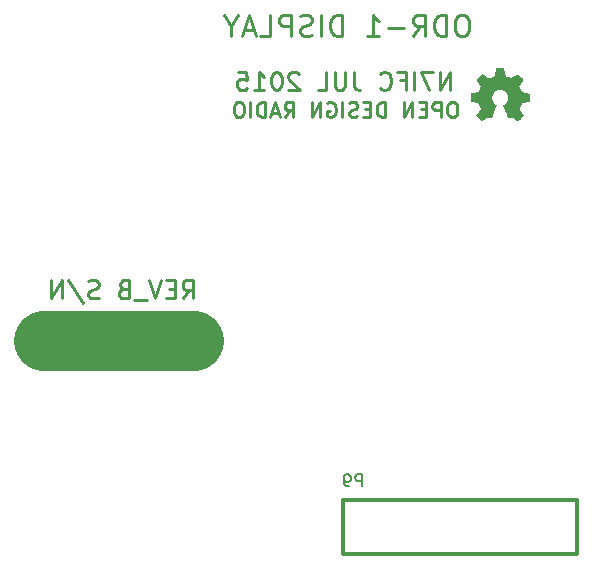
<source format=gbo>
G04 (created by PCBNEW (2013-03-19 BZR 4004)-stable) date 8/2/2015 7:03:13 AM*
%MOIN*%
G04 Gerber Fmt 3.4, Leading zero omitted, Abs format*
%FSLAX34Y34*%
G01*
G70*
G90*
G04 APERTURE LIST*
%ADD10C,0.007*%
%ADD11C,0.2*%
%ADD12C,0.01*%
%ADD13C,0.012*%
%ADD14C,0.0001*%
%ADD15C,0.008*%
%ADD16C,0.1*%
%ADD17C,0.18*%
%ADD18C,0.08*%
%ADD19R,0.06X0.06*%
%ADD20C,0.06*%
G04 APERTURE END LIST*
G54D10*
G54D11*
X7600Y-11650D02*
X12600Y-11650D01*
G54D12*
X12214Y-10242D02*
X12414Y-9957D01*
X12557Y-10242D02*
X12557Y-9642D01*
X12328Y-9642D01*
X12271Y-9671D01*
X12242Y-9700D01*
X12214Y-9757D01*
X12214Y-9842D01*
X12242Y-9900D01*
X12271Y-9928D01*
X12328Y-9957D01*
X12557Y-9957D01*
X11957Y-9928D02*
X11757Y-9928D01*
X11671Y-10242D02*
X11957Y-10242D01*
X11957Y-9642D01*
X11671Y-9642D01*
X11500Y-9642D02*
X11300Y-10242D01*
X11100Y-9642D01*
X11042Y-10300D02*
X10585Y-10300D01*
X10242Y-9928D02*
X10157Y-9957D01*
X10128Y-9985D01*
X10100Y-10042D01*
X10100Y-10128D01*
X10128Y-10185D01*
X10157Y-10214D01*
X10214Y-10242D01*
X10442Y-10242D01*
X10442Y-9642D01*
X10242Y-9642D01*
X10185Y-9671D01*
X10157Y-9700D01*
X10128Y-9757D01*
X10128Y-9814D01*
X10157Y-9871D01*
X10185Y-9900D01*
X10242Y-9928D01*
X10442Y-9928D01*
X9414Y-10214D02*
X9328Y-10242D01*
X9185Y-10242D01*
X9128Y-10214D01*
X9100Y-10185D01*
X9071Y-10128D01*
X9071Y-10071D01*
X9100Y-10014D01*
X9128Y-9985D01*
X9185Y-9957D01*
X9300Y-9928D01*
X9357Y-9900D01*
X9385Y-9871D01*
X9414Y-9814D01*
X9414Y-9757D01*
X9385Y-9700D01*
X9357Y-9671D01*
X9300Y-9642D01*
X9157Y-9642D01*
X9071Y-9671D01*
X8385Y-9614D02*
X8899Y-10385D01*
X8185Y-10242D02*
X8185Y-9642D01*
X7842Y-10242D01*
X7842Y-9642D01*
X21257Y-3702D02*
X21161Y-3702D01*
X21114Y-3726D01*
X21066Y-3773D01*
X21042Y-3869D01*
X21042Y-4035D01*
X21066Y-4130D01*
X21114Y-4178D01*
X21161Y-4202D01*
X21257Y-4202D01*
X21304Y-4178D01*
X21352Y-4130D01*
X21376Y-4035D01*
X21376Y-3869D01*
X21352Y-3773D01*
X21304Y-3726D01*
X21257Y-3702D01*
X20828Y-4202D02*
X20828Y-3702D01*
X20638Y-3702D01*
X20590Y-3726D01*
X20566Y-3750D01*
X20542Y-3797D01*
X20542Y-3869D01*
X20566Y-3916D01*
X20590Y-3940D01*
X20638Y-3964D01*
X20828Y-3964D01*
X20328Y-3940D02*
X20161Y-3940D01*
X20090Y-4202D02*
X20328Y-4202D01*
X20328Y-3702D01*
X20090Y-3702D01*
X19876Y-4202D02*
X19876Y-3702D01*
X19590Y-4202D01*
X19590Y-3702D01*
X18971Y-4202D02*
X18971Y-3702D01*
X18852Y-3702D01*
X18780Y-3726D01*
X18733Y-3773D01*
X18709Y-3821D01*
X18685Y-3916D01*
X18685Y-3988D01*
X18709Y-4083D01*
X18733Y-4130D01*
X18780Y-4178D01*
X18852Y-4202D01*
X18971Y-4202D01*
X18471Y-3940D02*
X18304Y-3940D01*
X18233Y-4202D02*
X18471Y-4202D01*
X18471Y-3702D01*
X18233Y-3702D01*
X18042Y-4178D02*
X17971Y-4202D01*
X17852Y-4202D01*
X17804Y-4178D01*
X17780Y-4154D01*
X17757Y-4107D01*
X17757Y-4059D01*
X17780Y-4011D01*
X17804Y-3988D01*
X17852Y-3964D01*
X17947Y-3940D01*
X17995Y-3916D01*
X18019Y-3892D01*
X18042Y-3845D01*
X18042Y-3797D01*
X18019Y-3750D01*
X17995Y-3726D01*
X17947Y-3702D01*
X17828Y-3702D01*
X17757Y-3726D01*
X17542Y-4202D02*
X17542Y-3702D01*
X17042Y-3726D02*
X17090Y-3702D01*
X17161Y-3702D01*
X17233Y-3726D01*
X17280Y-3773D01*
X17304Y-3821D01*
X17328Y-3916D01*
X17328Y-3988D01*
X17304Y-4083D01*
X17280Y-4130D01*
X17233Y-4178D01*
X17161Y-4202D01*
X17114Y-4202D01*
X17042Y-4178D01*
X17019Y-4154D01*
X17019Y-3988D01*
X17114Y-3988D01*
X16804Y-4202D02*
X16804Y-3702D01*
X16519Y-4202D01*
X16519Y-3702D01*
X15614Y-4202D02*
X15780Y-3964D01*
X15899Y-4202D02*
X15899Y-3702D01*
X15709Y-3702D01*
X15661Y-3726D01*
X15638Y-3750D01*
X15614Y-3797D01*
X15614Y-3869D01*
X15638Y-3916D01*
X15661Y-3940D01*
X15709Y-3964D01*
X15899Y-3964D01*
X15423Y-4059D02*
X15185Y-4059D01*
X15471Y-4202D02*
X15304Y-3702D01*
X15138Y-4202D01*
X14971Y-4202D02*
X14971Y-3702D01*
X14852Y-3702D01*
X14780Y-3726D01*
X14733Y-3773D01*
X14709Y-3821D01*
X14685Y-3916D01*
X14685Y-3988D01*
X14709Y-4083D01*
X14733Y-4130D01*
X14780Y-4178D01*
X14852Y-4202D01*
X14971Y-4202D01*
X14471Y-4202D02*
X14471Y-3702D01*
X14138Y-3702D02*
X14042Y-3702D01*
X13995Y-3726D01*
X13947Y-3773D01*
X13923Y-3869D01*
X13923Y-4035D01*
X13947Y-4130D01*
X13995Y-4178D01*
X14042Y-4202D01*
X14138Y-4202D01*
X14185Y-4178D01*
X14233Y-4130D01*
X14257Y-4035D01*
X14257Y-3869D01*
X14233Y-3773D01*
X14185Y-3726D01*
X14138Y-3702D01*
X21142Y-3292D02*
X21142Y-2692D01*
X20800Y-3292D01*
X20800Y-2692D01*
X20571Y-2692D02*
X20171Y-2692D01*
X20428Y-3292D01*
X19942Y-3292D02*
X19942Y-2692D01*
X19457Y-2978D02*
X19657Y-2978D01*
X19657Y-3292D02*
X19657Y-2692D01*
X19371Y-2692D01*
X18800Y-3235D02*
X18828Y-3264D01*
X18914Y-3292D01*
X18971Y-3292D01*
X19057Y-3264D01*
X19114Y-3207D01*
X19142Y-3150D01*
X19171Y-3035D01*
X19171Y-2950D01*
X19142Y-2835D01*
X19114Y-2778D01*
X19057Y-2721D01*
X18971Y-2692D01*
X18914Y-2692D01*
X18828Y-2721D01*
X18800Y-2750D01*
X17914Y-2692D02*
X17914Y-3121D01*
X17942Y-3207D01*
X18000Y-3264D01*
X18085Y-3292D01*
X18142Y-3292D01*
X17628Y-2692D02*
X17628Y-3178D01*
X17600Y-3235D01*
X17571Y-3264D01*
X17514Y-3292D01*
X17400Y-3292D01*
X17342Y-3264D01*
X17314Y-3235D01*
X17285Y-3178D01*
X17285Y-2692D01*
X16714Y-3292D02*
X17000Y-3292D01*
X17000Y-2692D01*
X16085Y-2750D02*
X16057Y-2721D01*
X16000Y-2692D01*
X15857Y-2692D01*
X15800Y-2721D01*
X15771Y-2750D01*
X15742Y-2807D01*
X15742Y-2864D01*
X15771Y-2950D01*
X16114Y-3292D01*
X15742Y-3292D01*
X15371Y-2692D02*
X15314Y-2692D01*
X15257Y-2721D01*
X15228Y-2750D01*
X15200Y-2807D01*
X15171Y-2921D01*
X15171Y-3064D01*
X15200Y-3178D01*
X15228Y-3235D01*
X15257Y-3264D01*
X15314Y-3292D01*
X15371Y-3292D01*
X15428Y-3264D01*
X15457Y-3235D01*
X15485Y-3178D01*
X15514Y-3064D01*
X15514Y-2921D01*
X15485Y-2807D01*
X15457Y-2750D01*
X15428Y-2721D01*
X15371Y-2692D01*
X14600Y-3292D02*
X14942Y-3292D01*
X14771Y-3292D02*
X14771Y-2692D01*
X14828Y-2778D01*
X14885Y-2835D01*
X14942Y-2864D01*
X14057Y-2692D02*
X14342Y-2692D01*
X14371Y-2978D01*
X14342Y-2950D01*
X14285Y-2921D01*
X14142Y-2921D01*
X14085Y-2950D01*
X14057Y-2978D01*
X14028Y-3035D01*
X14028Y-3178D01*
X14057Y-3235D01*
X14085Y-3264D01*
X14142Y-3292D01*
X14285Y-3292D01*
X14342Y-3264D01*
X14371Y-3235D01*
X21583Y-783D02*
X21449Y-783D01*
X21383Y-816D01*
X21316Y-883D01*
X21283Y-1016D01*
X21283Y-1250D01*
X21316Y-1383D01*
X21383Y-1450D01*
X21449Y-1483D01*
X21583Y-1483D01*
X21649Y-1450D01*
X21716Y-1383D01*
X21749Y-1250D01*
X21749Y-1016D01*
X21716Y-883D01*
X21649Y-816D01*
X21583Y-783D01*
X20983Y-1483D02*
X20983Y-783D01*
X20816Y-783D01*
X20716Y-816D01*
X20649Y-883D01*
X20616Y-950D01*
X20583Y-1083D01*
X20583Y-1183D01*
X20616Y-1316D01*
X20649Y-1383D01*
X20716Y-1450D01*
X20816Y-1483D01*
X20983Y-1483D01*
X19883Y-1483D02*
X20116Y-1150D01*
X20283Y-1483D02*
X20283Y-783D01*
X20016Y-783D01*
X19949Y-816D01*
X19916Y-850D01*
X19883Y-916D01*
X19883Y-1016D01*
X19916Y-1083D01*
X19949Y-1116D01*
X20016Y-1150D01*
X20283Y-1150D01*
X19583Y-1216D02*
X19049Y-1216D01*
X18349Y-1483D02*
X18749Y-1483D01*
X18549Y-1483D02*
X18549Y-783D01*
X18616Y-883D01*
X18683Y-950D01*
X18749Y-983D01*
X17516Y-1483D02*
X17516Y-783D01*
X17349Y-783D01*
X17249Y-816D01*
X17183Y-883D01*
X17149Y-950D01*
X17116Y-1083D01*
X17116Y-1183D01*
X17149Y-1316D01*
X17183Y-1383D01*
X17249Y-1450D01*
X17349Y-1483D01*
X17516Y-1483D01*
X16816Y-1483D02*
X16816Y-783D01*
X16516Y-1450D02*
X16416Y-1483D01*
X16249Y-1483D01*
X16183Y-1450D01*
X16149Y-1416D01*
X16116Y-1350D01*
X16116Y-1283D01*
X16149Y-1216D01*
X16183Y-1183D01*
X16249Y-1150D01*
X16383Y-1116D01*
X16449Y-1083D01*
X16483Y-1050D01*
X16516Y-983D01*
X16516Y-916D01*
X16483Y-850D01*
X16449Y-816D01*
X16383Y-783D01*
X16216Y-783D01*
X16116Y-816D01*
X15816Y-1483D02*
X15816Y-783D01*
X15549Y-783D01*
X15483Y-816D01*
X15449Y-850D01*
X15416Y-916D01*
X15416Y-1016D01*
X15449Y-1083D01*
X15483Y-1116D01*
X15549Y-1150D01*
X15816Y-1150D01*
X14783Y-1483D02*
X15116Y-1483D01*
X15116Y-783D01*
X14583Y-1283D02*
X14250Y-1283D01*
X14650Y-1483D02*
X14416Y-783D01*
X14183Y-1483D01*
X13816Y-1150D02*
X13816Y-1483D01*
X14050Y-783D02*
X13816Y-1150D01*
X13583Y-783D01*
G54D13*
X17550Y-16950D02*
X17550Y-18750D01*
X17550Y-18750D02*
X25350Y-18750D01*
X25350Y-18750D02*
X25350Y-16950D01*
X25350Y-16950D02*
X17550Y-16950D01*
G54D14*
G36*
X23396Y-4334D02*
X23386Y-4328D01*
X23363Y-4314D01*
X23330Y-4292D01*
X23291Y-4266D01*
X23252Y-4240D01*
X23220Y-4219D01*
X23198Y-4204D01*
X23188Y-4199D01*
X23183Y-4201D01*
X23165Y-4210D01*
X23138Y-4224D01*
X23122Y-4232D01*
X23098Y-4242D01*
X23085Y-4245D01*
X23083Y-4241D01*
X23074Y-4222D01*
X23060Y-4190D01*
X23042Y-4147D01*
X23020Y-4097D01*
X22998Y-4044D01*
X22975Y-3989D01*
X22953Y-3936D01*
X22934Y-3889D01*
X22918Y-3851D01*
X22908Y-3824D01*
X22904Y-3813D01*
X22905Y-3810D01*
X22918Y-3798D01*
X22939Y-3782D01*
X22986Y-3744D01*
X23032Y-3687D01*
X23060Y-3622D01*
X23069Y-3549D01*
X23061Y-3482D01*
X23035Y-3418D01*
X22990Y-3360D01*
X22935Y-3317D01*
X22871Y-3290D01*
X22800Y-3281D01*
X22732Y-3289D01*
X22666Y-3315D01*
X22608Y-3359D01*
X22583Y-3387D01*
X22549Y-3446D01*
X22530Y-3508D01*
X22528Y-3524D01*
X22531Y-3593D01*
X22551Y-3660D01*
X22588Y-3719D01*
X22639Y-3768D01*
X22645Y-3772D01*
X22668Y-3790D01*
X22684Y-3802D01*
X22696Y-3812D01*
X22608Y-4024D01*
X22594Y-4057D01*
X22570Y-4115D01*
X22549Y-4165D01*
X22532Y-4205D01*
X22520Y-4231D01*
X22515Y-4242D01*
X22515Y-4243D01*
X22507Y-4244D01*
X22491Y-4238D01*
X22461Y-4224D01*
X22442Y-4214D01*
X22419Y-4203D01*
X22409Y-4199D01*
X22400Y-4204D01*
X22379Y-4218D01*
X22347Y-4239D01*
X22309Y-4264D01*
X22273Y-4289D01*
X22240Y-4311D01*
X22216Y-4326D01*
X22204Y-4333D01*
X22202Y-4333D01*
X22192Y-4327D01*
X22173Y-4311D01*
X22144Y-4284D01*
X22103Y-4243D01*
X22097Y-4237D01*
X22063Y-4203D01*
X22036Y-4174D01*
X22018Y-4154D01*
X22011Y-4145D01*
X22011Y-4145D01*
X22017Y-4133D01*
X22032Y-4109D01*
X22054Y-4075D01*
X22081Y-4036D01*
X22151Y-3934D01*
X22113Y-3838D01*
X22101Y-3808D01*
X22086Y-3773D01*
X22075Y-3747D01*
X22069Y-3736D01*
X22059Y-3732D01*
X22032Y-3726D01*
X21994Y-3718D01*
X21949Y-3710D01*
X21905Y-3702D01*
X21866Y-3694D01*
X21838Y-3689D01*
X21825Y-3686D01*
X21822Y-3684D01*
X21819Y-3678D01*
X21818Y-3665D01*
X21817Y-3641D01*
X21816Y-3604D01*
X21816Y-3549D01*
X21816Y-3543D01*
X21817Y-3492D01*
X21818Y-3450D01*
X21819Y-3424D01*
X21821Y-3413D01*
X21821Y-3413D01*
X21833Y-3410D01*
X21861Y-3404D01*
X21900Y-3397D01*
X21947Y-3388D01*
X21950Y-3387D01*
X21996Y-3378D01*
X22035Y-3370D01*
X22063Y-3364D01*
X22074Y-3360D01*
X22077Y-3357D01*
X22086Y-3339D01*
X22099Y-3310D01*
X22115Y-3275D01*
X22130Y-3238D01*
X22143Y-3205D01*
X22152Y-3181D01*
X22155Y-3170D01*
X22154Y-3169D01*
X22147Y-3158D01*
X22131Y-3134D01*
X22109Y-3101D01*
X22082Y-3061D01*
X22080Y-3058D01*
X22053Y-3019D01*
X22031Y-2985D01*
X22017Y-2962D01*
X22011Y-2951D01*
X22011Y-2950D01*
X22020Y-2938D01*
X22040Y-2916D01*
X22069Y-2886D01*
X22103Y-2851D01*
X22114Y-2841D01*
X22153Y-2803D01*
X22179Y-2779D01*
X22196Y-2766D01*
X22204Y-2763D01*
X22204Y-2763D01*
X22216Y-2770D01*
X22241Y-2786D01*
X22274Y-2809D01*
X22314Y-2836D01*
X22317Y-2838D01*
X22356Y-2865D01*
X22389Y-2887D01*
X22412Y-2903D01*
X22423Y-2909D01*
X22424Y-2909D01*
X22440Y-2904D01*
X22468Y-2894D01*
X22503Y-2881D01*
X22539Y-2866D01*
X22572Y-2852D01*
X22597Y-2841D01*
X22609Y-2834D01*
X22609Y-2834D01*
X22613Y-2820D01*
X22620Y-2790D01*
X22628Y-2750D01*
X22638Y-2702D01*
X22639Y-2694D01*
X22648Y-2647D01*
X22655Y-2608D01*
X22661Y-2581D01*
X22664Y-2570D01*
X22670Y-2569D01*
X22693Y-2567D01*
X22728Y-2566D01*
X22771Y-2566D01*
X22815Y-2566D01*
X22858Y-2567D01*
X22895Y-2568D01*
X22922Y-2570D01*
X22933Y-2572D01*
X22933Y-2573D01*
X22937Y-2588D01*
X22944Y-2617D01*
X22952Y-2658D01*
X22961Y-2706D01*
X22963Y-2715D01*
X22972Y-2761D01*
X22980Y-2800D01*
X22985Y-2826D01*
X22988Y-2837D01*
X22993Y-2839D01*
X23012Y-2847D01*
X23043Y-2860D01*
X23082Y-2876D01*
X23172Y-2912D01*
X23283Y-2837D01*
X23293Y-2830D01*
X23333Y-2803D01*
X23365Y-2781D01*
X23388Y-2766D01*
X23397Y-2761D01*
X23398Y-2761D01*
X23409Y-2771D01*
X23431Y-2792D01*
X23461Y-2821D01*
X23496Y-2855D01*
X23521Y-2881D01*
X23552Y-2912D01*
X23571Y-2933D01*
X23582Y-2946D01*
X23585Y-2954D01*
X23584Y-2960D01*
X23577Y-2971D01*
X23561Y-2995D01*
X23538Y-3029D01*
X23511Y-3068D01*
X23489Y-3101D01*
X23465Y-3138D01*
X23450Y-3164D01*
X23444Y-3177D01*
X23446Y-3182D01*
X23453Y-3204D01*
X23467Y-3237D01*
X23483Y-3276D01*
X23522Y-3363D01*
X23579Y-3374D01*
X23614Y-3381D01*
X23662Y-3390D01*
X23709Y-3399D01*
X23781Y-3413D01*
X23784Y-3679D01*
X23773Y-3684D01*
X23762Y-3687D01*
X23735Y-3693D01*
X23697Y-3701D01*
X23651Y-3709D01*
X23613Y-3716D01*
X23574Y-3724D01*
X23546Y-3729D01*
X23534Y-3732D01*
X23530Y-3736D01*
X23521Y-3755D01*
X23507Y-3785D01*
X23491Y-3821D01*
X23476Y-3858D01*
X23462Y-3893D01*
X23453Y-3919D01*
X23449Y-3932D01*
X23454Y-3943D01*
X23469Y-3966D01*
X23490Y-3998D01*
X23517Y-4037D01*
X23543Y-4075D01*
X23566Y-4108D01*
X23581Y-4132D01*
X23588Y-4143D01*
X23584Y-4150D01*
X23569Y-4169D01*
X23540Y-4199D01*
X23496Y-4242D01*
X23489Y-4249D01*
X23455Y-4282D01*
X23426Y-4309D01*
X23405Y-4327D01*
X23396Y-4334D01*
X23396Y-4334D01*
G37*
G54D15*
X18195Y-16511D02*
X18195Y-16111D01*
X18042Y-16111D01*
X18004Y-16130D01*
X17985Y-16150D01*
X17966Y-16188D01*
X17966Y-16245D01*
X17985Y-16283D01*
X18004Y-16302D01*
X18042Y-16321D01*
X18195Y-16321D01*
X17776Y-16511D02*
X17699Y-16511D01*
X17661Y-16492D01*
X17642Y-16473D01*
X17604Y-16416D01*
X17585Y-16340D01*
X17585Y-16188D01*
X17604Y-16150D01*
X17623Y-16130D01*
X17661Y-16111D01*
X17738Y-16111D01*
X17776Y-16130D01*
X17795Y-16150D01*
X17814Y-16188D01*
X17814Y-16283D01*
X17795Y-16321D01*
X17776Y-16340D01*
X17738Y-16359D01*
X17661Y-16359D01*
X17623Y-16340D01*
X17604Y-16321D01*
X17585Y-16283D01*
%LPC*%
G54D16*
X31300Y-900D03*
X29400Y-900D03*
X32300Y-7800D03*
X30350Y-7800D03*
G54D17*
X33250Y-3650D03*
X27450Y-3650D03*
G54D16*
X28400Y-7800D03*
X29400Y-18350D03*
X31300Y-18350D03*
X28400Y-11450D03*
X30350Y-11450D03*
G54D17*
X27450Y-15600D03*
X33250Y-15600D03*
G54D16*
X32300Y-11450D03*
G54D18*
X22750Y-15185D03*
X22750Y-615D03*
X4440Y-615D03*
X4440Y-15185D03*
G54D19*
X17950Y-17350D03*
G54D20*
X17950Y-18350D03*
X18950Y-17350D03*
X18950Y-18350D03*
X19950Y-17350D03*
X19950Y-18350D03*
X20950Y-17350D03*
X20950Y-18350D03*
X21950Y-17350D03*
X21950Y-18350D03*
X22950Y-17350D03*
X22950Y-18350D03*
X23950Y-17350D03*
X23950Y-18350D03*
X24950Y-17350D03*
X24950Y-18350D03*
M02*

</source>
